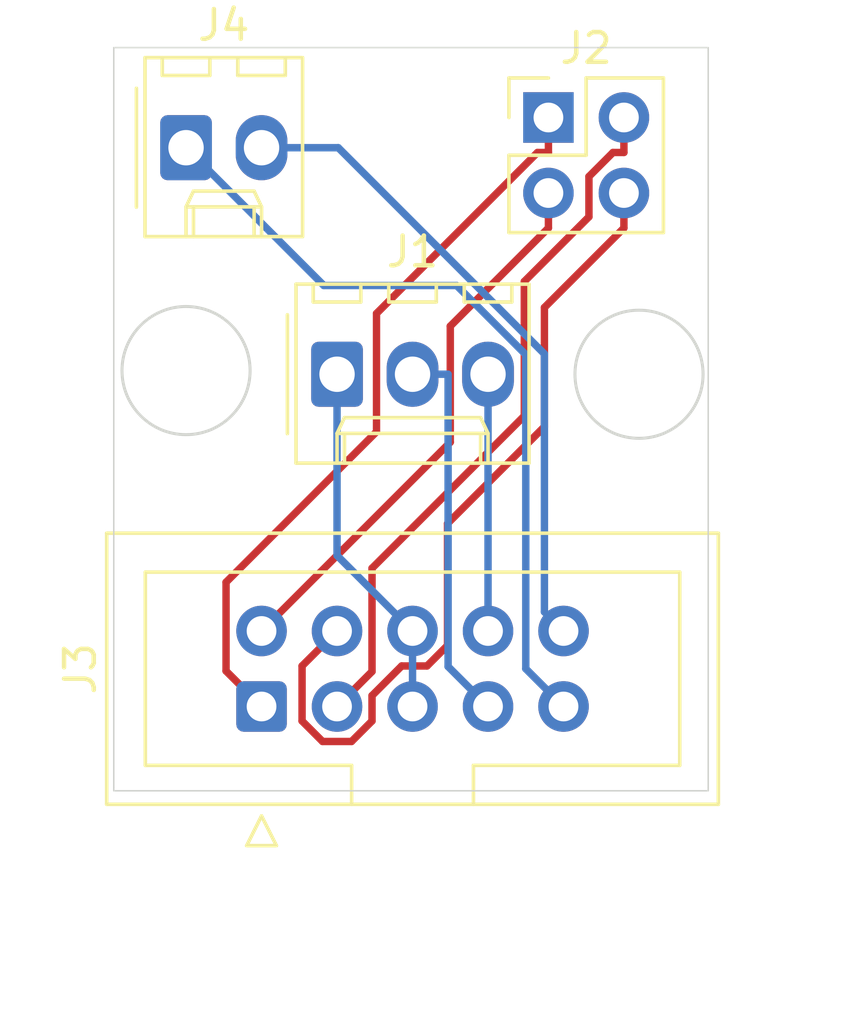
<source format=kicad_pcb>
(kicad_pcb (version 20240108) (generator "pcbnew") (generator_version "8.0")
  (layers (0 "F.Cu" signal) (31 "B.Cu" signal) (34 "B.Paste" user) (35 "F.Paste" user) (36 "B.SilkS" user "B.Silkscreen") (37 "F.SilkS" user "F.Silkscreen") (38 "B.Mask" user) (39 "F.Mask" user) (44 "Edge.Cuts" user))
  (net 0 "")
  (net 1 "/STEPPER-1-1")
  (net 2 "/STEPPER-1-2")
  (net 3 "/STEPPER-1-3")
  (net 4 "/STEPPER-1-4")
  (net 5 "/Compass_Zero_Sensor")
  (net 6 "/GND")
  (net 7 "/5V")
  (net 8 "/+12v-IN")
  (net 9 "/BACKLIGHT_GND")
  (footprint "Connector_Molex:Molex_KK-254_AE-6410-03A_1x03_P2.54mm_Vertical" (layer "F.Cu") (at 32.512 30.988)
    (property "Reference" "J1" (at 2.54 -4.12 0) (layer "F.SilkS"))
    (property "Value" "Conn_01x03_Socket")
    (fp_line (start -1.67 -2) (end -1.67 2) (stroke (width 0.12)) (layer "F.SilkS"))
    (fp_line (start -1.38 -3.03) (end -1.38 2.99) (stroke (width 0.12)) (layer "F.SilkS"))
    (fp_line (start -1.38 2.99) (end 6.46 2.99) (stroke (width 0.12)) (layer "F.SilkS"))
    (fp_line (start -0.8 -3.03) (end -0.8 -2.43) (stroke (width 0.12)) (layer "F.SilkS"))
    (fp_line (start -0.8 -2.43) (end 0.8 -2.43) (stroke (width 0.12)) (layer "F.SilkS"))
    (fp_line (start 0 1.99) (end 0.25 1.46) (stroke (width 0.12)) (layer "F.SilkS"))
    (fp_line (start 0 1.99) (end 5.08 1.99) (stroke (width 0.12)) (layer "F.SilkS"))
    (fp_line (start 0 2.99) (end 0 1.99) (stroke (width 0.12)) (layer "F.SilkS"))
    (fp_line (start 0.25 1.46) (end 4.83 1.46) (stroke (width 0.12)) (layer "F.SilkS"))
    (fp_line (start 0.25 2.99) (end 0.25 1.99) (stroke (width 0.12)) (layer "F.SilkS"))
    (fp_line (start 0.8 -2.43) (end 0.8 -3.03) (stroke (width 0.12)) (layer "F.SilkS"))
    (fp_line (start 1.74 -3.03) (end 1.74 -2.43) (stroke (width 0.12)) (layer "F.SilkS"))
    (fp_line (start 1.74 -2.43) (end 3.34 -2.43) (stroke (width 0.12)) (layer "F.SilkS"))
    (fp_line (start 3.34 -2.43) (end 3.34 -3.03) (stroke (width 0.12)) (layer "F.SilkS"))
    (fp_line (start 4.28 -3.03) (end 4.28 -2.43) (stroke (width 0.12)) (layer "F.SilkS"))
    (fp_line (start 4.28 -2.43) (end 5.88 -2.43) (stroke (width 0.12)) (layer "F.SilkS"))
    (fp_line (start 4.83 1.46) (end 5.08 1.99) (stroke (width 0.12)) (layer "F.SilkS"))
    (fp_line (start 4.83 2.99) (end 4.83 1.99) (stroke (width 0.12)) (layer "F.SilkS"))
    (fp_line (start 5.08 1.99) (end 5.08 2.99) (stroke (width 0.12)) (layer "F.SilkS"))
    (fp_line (start 5.88 -2.43) (end 5.88 -3.03) (stroke (width 0.12)) (layer "F.SilkS"))
    (fp_line (start 6.46 -3.03) (end -1.38 -3.03) (stroke (width 0.12)) (layer "F.SilkS"))
    (fp_line (start 6.46 2.99) (end 6.46 -3.03) (stroke (width 0.12)) (layer "F.SilkS"))
    (pad "1" thru_hole roundrect (at 0 0) (size 1.74 2.19) (drill 1.19) (layers "*.Cu" "*.Mask") (roundrect_rratio 0.143678) (net 5 "/Compass_Zero_Sensor"))
    (pad "2" thru_hole oval (at 2.54 0) (size 1.74 2.19) (drill 1.19) (layers "*.Cu" "*.Mask") (net 7 "/5V"))
    (pad "3" thru_hole oval (at 5.08 0) (size 1.74 2.19) (drill 1.19) (layers "*.Cu" "*.Mask") (net 6 "/GND"))
  )
  (footprint "Connector_PinHeader_2.54mm:PinHeader_2x02_P2.54mm_Vertical" (layer "F.Cu") (at 39.624 22.352)
    (property "Reference" "J2" (at 1.27 -2.33 0) (layer "F.SilkS"))
    (property "Value" "Conn_02x02_Odd_Even")
    (fp_line (start -1.33 -1.33) (end 0 -1.33) (stroke (width 0.12)) (layer "F.SilkS"))
    (fp_line (start -1.33 0) (end -1.33 -1.33) (stroke (width 0.12)) (layer "F.SilkS"))
    (fp_line (start -1.33 1.27) (end -1.33 3.87) (stroke (width 0.12)) (layer "F.SilkS"))
    (fp_line (start -1.33 1.27) (end 1.27 1.27) (stroke (width 0.12)) (layer "F.SilkS"))
    (fp_line (start -1.33 3.87) (end 3.87 3.87) (stroke (width 0.12)) (layer "F.SilkS"))
    (fp_line (start 1.27 -1.33) (end 3.87 -1.33) (stroke (width 0.12)) (layer "F.SilkS"))
    (fp_line (start 1.27 1.27) (end 1.27 -1.33) (stroke (width 0.12)) (layer "F.SilkS"))
    (fp_line (start 3.87 -1.33) (end 3.87 3.87) (stroke (width 0.12)) (layer "F.SilkS"))
    (pad "1" thru_hole rect (at 0 0) (size 1.7 1.7) (drill 1) (layers "*.Cu" "*.Mask") (net 1 "/STEPPER-1-1"))
    (pad "2" thru_hole oval (at 2.54 0) (size 1.7 1.7) (drill 1) (layers "*.Cu" "*.Mask") (net 3 "/STEPPER-1-3"))
    (pad "3" thru_hole oval (at 0 2.54) (size 1.7 1.7) (drill 1) (layers "*.Cu" "*.Mask") (net 2 "/STEPPER-1-2"))
    (pad "4" thru_hole oval (at 2.54 2.54) (size 1.7 1.7) (drill 1) (layers "*.Cu" "*.Mask") (net 4 "/STEPPER-1-4"))
  )
  (footprint "Connector_IDC:IDC-Header_2x05_P2.54mm_Vertical" (layer "F.Cu") (at 29.972 42.164 90)
    (property "Reference" "J3" (at 1.27 -6.1 -90) (layer "F.SilkS"))
    (property "Value" "Conn_02x05_Counter_Clockwise")
    (fp_line (start 5.83 -5.21) (end 5.83 15.37) (stroke (width 0.12)) (layer "F.SilkS"))
    (fp_line (start -3.29 -5.21) (end 5.83 -5.21) (stroke (width 0.12)) (layer "F.SilkS"))
    (fp_line (start 4.52 -3.91) (end 4.52 14.07) (stroke (width 0.12)) (layer "F.SilkS"))
    (fp_line (start -1.98 -3.91) (end 4.52 -3.91) (stroke (width 0.12)) (layer "F.SilkS"))
    (fp_line (start -4.68 -0.5) (end -4.68 0.5) (stroke (width 0.12)) (layer "F.SilkS"))
    (fp_line (start -3.68 0) (end -4.68 -0.5) (stroke (width 0.12)) (layer "F.SilkS"))
    (fp_line (start -4.68 0.5) (end -3.68 0) (stroke (width 0.12)) (layer "F.SilkS"))
    (fp_line (start -1.98 3.03) (end -1.98 -3.91) (stroke (width 0.12)) (layer "F.SilkS"))
    (fp_line (start -3.29 3.03) (end -1.98 3.03) (stroke (width 0.12)) (layer "F.SilkS"))
    (fp_line (start -1.98 7.13) (end -1.98 7.13) (stroke (width 0.12)) (layer "F.SilkS"))
    (fp_line (start -1.98 7.13) (end -3.29 7.13) (stroke (width 0.12)) (layer "F.SilkS"))
    (fp_line (start 4.52 14.07) (end -1.98 14.07) (stroke (width 0.12)) (layer "F.SilkS"))
    (fp_line (start -1.98 14.07) (end -1.98 7.13) (stroke (width 0.12)) (layer "F.SilkS"))
    (fp_line (start 5.83 15.37) (end -3.29 15.37) (stroke (width 0.12)) (layer "F.SilkS"))
    (fp_line (start -3.29 15.37) (end -3.29 -5.21) (stroke (width 0.12)) (layer "F.SilkS"))
    (pad "1" thru_hole roundrect (at 0 0 90) (size 1.7 1.7) (drill 1) (layers "*.Cu" "*.Mask") (roundrect_rratio 0.147059) (net 1 "/STEPPER-1-1"))
    (pad "2" thru_hole circle (at 2.54 0 90) (size 1.7 1.7) (drill 1) (layers "*.Cu" "*.Mask") (net 2 "/STEPPER-1-2"))
    (pad "3" thru_hole circle (at 0 2.54 90) (size 1.7 1.7) (drill 1) (layers "*.Cu" "*.Mask") (net 3 "/STEPPER-1-3"))
    (pad "4" thru_hole circle (at 2.54 2.54 90) (size 1.7 1.7) (drill 1) (layers "*.Cu" "*.Mask") (net 4 "/STEPPER-1-4"))
    (pad "5" thru_hole circle (at 0 5.08 90) (size 1.7 1.7) (drill 1) (layers "*.Cu" "*.Mask") (net 5 "/Compass_Zero_Sensor"))
    (pad "6" thru_hole circle (at 2.54 5.08 90) (size 1.7 1.7) (drill 1) (layers "*.Cu" "*.Mask") (net 5 "/Compass_Zero_Sensor"))
    (pad "7" thru_hole circle (at 0 7.62 90) (size 1.7 1.7) (drill 1) (layers "*.Cu" "*.Mask") (net 7 "/5V"))
    (pad "8" thru_hole circle (at 2.54 7.62 90) (size 1.7 1.7) (drill 1) (layers "*.Cu" "*.Mask") (net 6 "/GND"))
    (pad "9" thru_hole circle (at 0 10.16 90) (size 1.7 1.7) (drill 1) (layers "*.Cu" "*.Mask") (net 8 "/+12v-IN"))
    (pad "10" thru_hole circle (at 2.54 10.16 90) (size 1.7 1.7) (drill 1) (layers "*.Cu" "*.Mask") (net 9 "/BACKLIGHT_GND"))
  )
  (footprint "Connector_Molex:Molex_KK-254_AE-6410-02A_1x02_P2.54mm_Vertical" (layer "F.Cu") (at 27.432 23.368)
    (property "Reference" "J4" (at 1.27 -4.12 0) (layer "F.SilkS"))
    (property "Value" "Conn_01x02_Socket")
    (fp_line (start -1.67 -2) (end -1.67 2) (stroke (width 0.12)) (layer "F.SilkS"))
    (fp_line (start -1.38 -3.03) (end -1.38 2.99) (stroke (width 0.12)) (layer "F.SilkS"))
    (fp_line (start -1.38 2.99) (end 3.92 2.99) (stroke (width 0.12)) (layer "F.SilkS"))
    (fp_line (start -0.8 -3.03) (end -0.8 -2.43) (stroke (width 0.12)) (layer "F.SilkS"))
    (fp_line (start -0.8 -2.43) (end 0.8 -2.43) (stroke (width 0.12)) (layer "F.SilkS"))
    (fp_line (start 0 1.99) (end 0.25 1.46) (stroke (width 0.12)) (layer "F.SilkS"))
    (fp_line (start 0 1.99) (end 2.54 1.99) (stroke (width 0.12)) (layer "F.SilkS"))
    (fp_line (start 0 2.99) (end 0 1.99) (stroke (width 0.12)) (layer "F.SilkS"))
    (fp_line (start 0.25 1.46) (end 2.29 1.46) (stroke (width 0.12)) (layer "F.SilkS"))
    (fp_line (start 0.25 2.99) (end 0.25 1.99) (stroke (width 0.12)) (layer "F.SilkS"))
    (fp_line (start 0.8 -2.43) (end 0.8 -3.03) (stroke (width 0.12)) (layer "F.SilkS"))
    (fp_line (start 1.74 -3.03) (end 1.74 -2.43) (stroke (width 0.12)) (layer "F.SilkS"))
    (fp_line (start 1.74 -2.43) (end 3.34 -2.43) (stroke (width 0.12)) (layer "F.SilkS"))
    (fp_line (start 2.29 1.46) (end 2.54 1.99) (stroke (width 0.12)) (layer "F.SilkS"))
    (fp_line (start 2.29 2.99) (end 2.29 1.99) (stroke (width 0.12)) (layer "F.SilkS"))
    (fp_line (start 2.54 1.99) (end 2.54 2.99) (stroke (width 0.12)) (layer "F.SilkS"))
    (fp_line (start 3.34 -2.43) (end 3.34 -3.03) (stroke (width 0.12)) (layer "F.SilkS"))
    (fp_line (start 3.92 -3.03) (end -1.38 -3.03) (stroke (width 0.12)) (layer "F.SilkS"))
    (fp_line (start 3.92 2.99) (end 3.92 -3.03) (stroke (width 0.12)) (layer "F.SilkS"))
    (pad "1" thru_hole roundrect (at 0 0) (size 1.74 2.19) (drill 1.19) (layers "*.Cu" "*.Mask") (roundrect_rratio 0.143678) (net 8 "/+12v-IN"))
    (pad "2" thru_hole oval (at 2.54 0) (size 1.74 2.19) (drill 1.19) (layers "*.Cu" "*.Mask") (net 9 "/BACKLIGHT_GND"))
  )
  (gr_circle (center 42.672 30.988) (end 44.196 32.512) (stroke (width 0.1)) (fill none) (layer "Edge.Cuts"))
  (gr_circle (center 27.432 30.864739) (end 28.956 32.388739) (stroke (width 0.1)) (fill none) (layer "Edge.Cuts"))
  (gr_rect (start 25 20) (end 45 45) (stroke (width 0.05)) (fill none) (layer "Edge.Cuts"))
  (segment (start 39.624 22.352) (end 39.624 23.5287) (width 0.25) (layer "F.Cu") (net 1))
  (segment (start 28.7778 37.9838) (end 28.7778 40.9698) (width 0.25) (layer "F.Cu") (net 1))
  (segment (start 33.8401 28.9449) (end 33.8401 32.9215) (width 0.25) (layer "F.Cu") (net 1))
  (segment (start 33.8401 32.9215) (end 28.7778 37.9838) (width 0.25) (layer "F.Cu") (net 1))
  (segment (start 39.624 23.5287) (end 39.2563 23.5287) (width 0.25) (layer "F.Cu") (net 1))
  (segment (start 39.2563 23.5287) (end 33.8401 28.9449) (width 0.25) (layer "F.Cu") (net 1))
  (segment (start 28.7778 40.9698) (end 29.972 42.164) (width 0.25) (layer "F.Cu") (net 1))
  (segment (start 39.624 24.892) (end 39.624 26.0687) (width 0.25) (layer "F.Cu") (net 2))
  (segment (start 36.322 33.274) (end 29.972 39.624) (width 0.25) (layer "F.Cu") (net 2))
  (segment (start 39.624 26.0687) (end 36.322 29.3707) (width 0.25) (layer "F.Cu") (net 2))
  (segment (start 36.322 29.3707) (end 36.322 33.274) (width 0.25) (layer "F.Cu") (net 2))
  (segment (start 42.164 22.352) (end 42.164 23.5287) (width 0.25) (layer "F.Cu") (net 3))
  (segment (start 41.7962 23.5287) (end 42.164 23.5287) (width 0.25) (layer "F.Cu") (net 3))
  (segment (start 33.6887 37.514) (end 38.8126 32.3901) (width 0.25) (layer "F.Cu") (net 3))
  (segment (start 32.512 42.164) (end 33.6887 40.9873) (width 0.25) (layer "F.Cu") (net 3))
  (segment (start 40.9873 25.6932) (end 40.9873 24.3376) (width 0.25) (layer "F.Cu") (net 3))
  (segment (start 40.9873 24.3376) (end 41.7962 23.5287) (width 0.25) (layer "F.Cu") (net 3))
  (segment (start 38.8126 32.3901) (end 38.8126 27.8679) (width 0.25) (layer "F.Cu") (net 3))
  (segment (start 38.8126 27.8679) (end 40.9873 25.6932) (width 0.25) (layer "F.Cu") (net 3))
  (segment (start 33.6887 40.9873) (end 33.6887 37.514) (width 0.25) (layer "F.Cu") (net 3))
  (segment (start 31.3353 42.6514) (end 32.0246 43.3407) (width 0.25) (layer "F.Cu") (net 4))
  (segment (start 32.9995 43.3407) (end 33.6887 42.6515) (width 0.25) (layer "F.Cu") (net 4))
  (segment (start 33.6887 41.7985) (end 34.6865 40.8007) (width 0.25) (layer "F.Cu") (net 4))
  (segment (start 33.6887 42.6515) (end 33.6887 41.7985) (width 0.25) (layer "F.Cu") (net 4))
  (segment (start 31.3353 40.8007) (end 31.3353 42.6514) (width 0.25) (layer "F.Cu") (net 4))
  (segment (start 35.5395 40.8007) (end 36.2287 40.1115) (width 0.25) (layer "F.Cu") (net 4))
  (segment (start 36.2287 40.1115) (end 36.2287 36.011) (width 0.25) (layer "F.Cu") (net 4))
  (segment (start 32.512 39.624) (end 31.3353 40.8007) (width 0.25) (layer "F.Cu") (net 4))
  (segment (start 42.164 24.892) (end 42.164 26.0687) (width 0.25) (layer "F.Cu") (net 4))
  (segment (start 32.0246 43.3407) (end 32.9995 43.3407) (width 0.25) (layer "F.Cu") (net 4))
  (segment (start 36.2287 36.011) (end 39.4893 32.7504) (width 0.25) (layer "F.Cu") (net 4))
  (segment (start 34.6865 40.8007) (end 35.5395 40.8007) (width 0.25) (layer "F.Cu") (net 4))
  (segment (start 39.4893 28.7434) (end 42.164 26.0687) (width 0.25) (layer "F.Cu") (net 4))
  (segment (start 39.4893 32.7504) (end 39.4893 28.7434) (width 0.25) (layer "F.Cu") (net 4))
  (segment (start 32.512 30.988) (end 32.512 37.084) (width 0.25) (layer "B.Cu") (net 5))
  (segment (start 32.512 37.084) (end 35.052 39.624) (width 0.25) (layer "B.Cu") (net 5))
  (segment (start 35.052 39.624) (end 35.052 42.164) (width 0.25) (layer "B.Cu") (net 5))
  (segment (start 37.592 30.988) (end 37.592 39.624) (width 0.25) (layer "B.Cu") (net 6))
  (segment (start 36.2487 40.8207) (end 37.592 42.164) (width 0.25) (layer "B.Cu") (net 7))
  (segment (start 35.052 30.988) (end 36.2487 30.988) (width 0.25) (layer "B.Cu") (net 7))
  (segment (start 36.2487 30.988) (end 36.2487 40.8207) (width 0.25) (layer "B.Cu") (net 7))
  (segment (start 38.862 30.3291) (end 38.862 40.894) (width 0.25) (layer "B.Cu") (net 8))
  (segment (start 36.537 28.0041) (end 38.862 30.3291) (width 0.25) (layer "B.Cu") (net 8))
  (segment (start 32.0681 28.0041) (end 36.537 28.0041) (width 0.25) (layer "B.Cu") (net 8))
  (segment (start 27.432 23.368) (end 32.0681 28.0041) (width 0.25) (layer "B.Cu") (net 8))
  (segment (start 38.862 40.894) (end 40.132 42.164) (width 0.25) (layer "B.Cu") (net 8))
  (segment (start 39.4892 38.9812) (end 39.4892 30.304) (width 0.25) (layer "B.Cu") (net 9))
  (segment (start 39.4892 30.304) (end 32.5532 23.368) (width 0.25) (layer "B.Cu") (net 9))
  (segment (start 32.5532 23.368) (end 29.972 23.368) (width 0.25) (layer "B.Cu") (net 9))
  (segment (start 40.132 39.624) (end 39.4892 38.9812) (width 0.25) (layer "B.Cu") (net 9))
)
</source>
